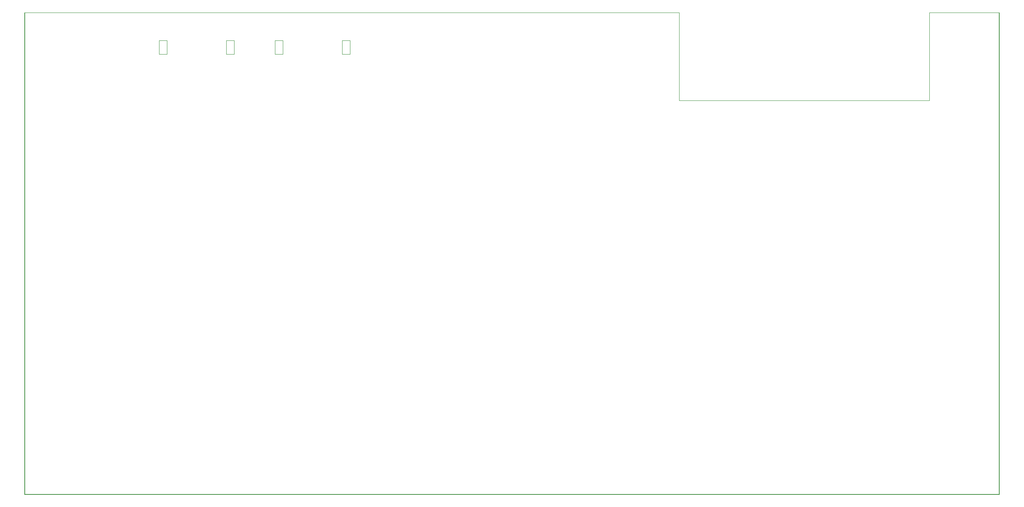
<source format=gbr>
%TF.GenerationSoftware,KiCad,Pcbnew,7.0.5-0*%
%TF.CreationDate,2024-02-04T17:51:19+01:00*%
%TF.ProjectId,AmplifierBoard,416d706c-6966-4696-9572-426f6172642e,rev?*%
%TF.SameCoordinates,Original*%
%TF.FileFunction,Profile,NP*%
%FSLAX46Y46*%
G04 Gerber Fmt 4.6, Leading zero omitted, Abs format (unit mm)*
G04 Created by KiCad (PCBNEW 7.0.5-0) date 2024-02-04 17:51:19*
%MOMM*%
%LPD*%
G01*
G04 APERTURE LIST*
%TA.AperFunction,Profile*%
%ADD10C,0.100000*%
%TD*%
%TA.AperFunction,Profile*%
%ADD11C,0.200000*%
%TD*%
%TA.AperFunction,Profile*%
%ADD12C,0.120000*%
%TD*%
G04 APERTURE END LIST*
D10*
X240000000Y-51000000D02*
X240000000Y-70000000D01*
D11*
X255000000Y-155000000D02*
X255000000Y-51000000D01*
D10*
X186000000Y-70000000D02*
X186000000Y-51000000D01*
X186000000Y-51000000D02*
X45000000Y-51000000D01*
D11*
X45000000Y-51000000D02*
X45000000Y-155000000D01*
D10*
X240000000Y-70000000D02*
X186000000Y-70000000D01*
D11*
X45000000Y-155000000D02*
X255000000Y-155000000D01*
D10*
X255000000Y-51000000D02*
X240000000Y-51000000D01*
D12*
%TO.C,J3*%
X98900000Y-57000000D02*
X100600000Y-57000000D01*
X100600000Y-57000000D02*
X100600000Y-60000000D01*
X100600000Y-60000000D02*
X98900000Y-60000000D01*
X98900000Y-60000000D02*
X98900000Y-57000000D01*
X115100000Y-57000000D02*
X113400000Y-57000000D01*
X113400000Y-57000000D02*
X113400000Y-60000000D01*
X113400000Y-60000000D02*
X115100000Y-60000000D01*
X115100000Y-60000000D02*
X115100000Y-57000000D01*
%TO.C,J4*%
X73900000Y-57000000D02*
X75600000Y-57000000D01*
X75600000Y-57000000D02*
X75600000Y-60000000D01*
X75600000Y-60000000D02*
X73900000Y-60000000D01*
X73900000Y-60000000D02*
X73900000Y-57000000D01*
X90100000Y-57000000D02*
X88400000Y-57000000D01*
X88400000Y-57000000D02*
X88400000Y-60000000D01*
X88400000Y-60000000D02*
X90100000Y-60000000D01*
X90100000Y-60000000D02*
X90100000Y-57000000D01*
%TD*%
M02*

</source>
